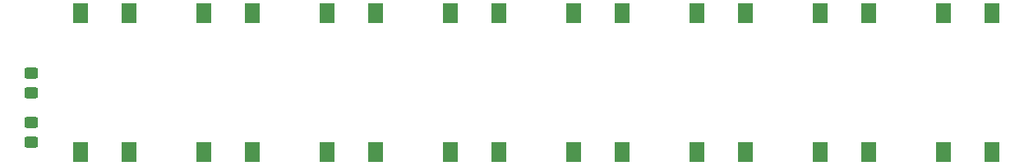
<source format=gtp>
G04 #@! TF.GenerationSoftware,KiCad,Pcbnew,6.0.8-f2edbf62ab~116~ubuntu22.04.1*
G04 #@! TF.CreationDate,2022-11-21T14:05:37-08:00*
G04 #@! TF.ProjectId,pmod-button,706d6f64-2d62-4757-9474-6f6e2e6b6963,rev?*
G04 #@! TF.SameCoordinates,Original*
G04 #@! TF.FileFunction,Paste,Top*
G04 #@! TF.FilePolarity,Positive*
%FSLAX46Y46*%
G04 Gerber Fmt 4.6, Leading zero omitted, Abs format (unit mm)*
G04 Created by KiCad (PCBNEW 6.0.8-f2edbf62ab~116~ubuntu22.04.1) date 2022-11-21 14:05:37*
%MOMM*%
%LPD*%
G01*
G04 APERTURE LIST*
G04 Aperture macros list*
%AMRoundRect*
0 Rectangle with rounded corners*
0 $1 Rounding radius*
0 $2 $3 $4 $5 $6 $7 $8 $9 X,Y pos of 4 corners*
0 Add a 4 corners polygon primitive as box body*
4,1,4,$2,$3,$4,$5,$6,$7,$8,$9,$2,$3,0*
0 Add four circle primitives for the rounded corners*
1,1,$1+$1,$2,$3*
1,1,$1+$1,$4,$5*
1,1,$1+$1,$6,$7*
1,1,$1+$1,$8,$9*
0 Add four rect primitives between the rounded corners*
20,1,$1+$1,$2,$3,$4,$5,0*
20,1,$1+$1,$4,$5,$6,$7,0*
20,1,$1+$1,$6,$7,$8,$9,0*
20,1,$1+$1,$8,$9,$2,$3,0*%
G04 Aperture macros list end*
%ADD10RoundRect,0.250000X-0.450000X0.325000X-0.450000X-0.325000X0.450000X-0.325000X0.450000X0.325000X0*%
%ADD11R,1.500000X2.000000*%
%ADD12RoundRect,0.250000X0.450000X-0.325000X0.450000X0.325000X-0.450000X0.325000X-0.450000X-0.325000X0*%
G04 APERTURE END LIST*
D10*
G04 #@! TO.C,D1*
X99060000Y-125975000D03*
X99060000Y-128025000D03*
G04 #@! TD*
D11*
G04 #@! TO.C,SW6*
X134580000Y-119850000D03*
X134580000Y-134150000D03*
X129580000Y-119850000D03*
X129580000Y-134150000D03*
G04 #@! TD*
G04 #@! TO.C,SW5*
X147280000Y-119850000D03*
X147280000Y-134150000D03*
X142280000Y-119850000D03*
X142280000Y-134150000D03*
G04 #@! TD*
G04 #@! TO.C,SW1*
X198080000Y-134150000D03*
X198080000Y-119850000D03*
X193080000Y-119850000D03*
X193080000Y-134150000D03*
G04 #@! TD*
G04 #@! TO.C,SW4*
X159980000Y-119850000D03*
X159980000Y-134150000D03*
X154980000Y-119850000D03*
X154980000Y-134150000D03*
G04 #@! TD*
G04 #@! TO.C,SW7*
X121880000Y-119850000D03*
X121880000Y-134150000D03*
X116880000Y-119850000D03*
X116880000Y-134150000D03*
G04 #@! TD*
G04 #@! TO.C,SW2*
X185380000Y-134150000D03*
X185380000Y-119850000D03*
X180380000Y-119850000D03*
X180380000Y-134150000D03*
G04 #@! TD*
G04 #@! TO.C,SW3*
X172680000Y-134150000D03*
X172680000Y-119850000D03*
X167680000Y-119850000D03*
X167680000Y-134150000D03*
G04 #@! TD*
G04 #@! TO.C,SW8*
X109180000Y-134150000D03*
X109180000Y-119850000D03*
X104180000Y-134150000D03*
X104180000Y-119850000D03*
G04 #@! TD*
D12*
G04 #@! TO.C,R9*
X99060000Y-133105000D03*
X99060000Y-131055000D03*
G04 #@! TD*
M02*

</source>
